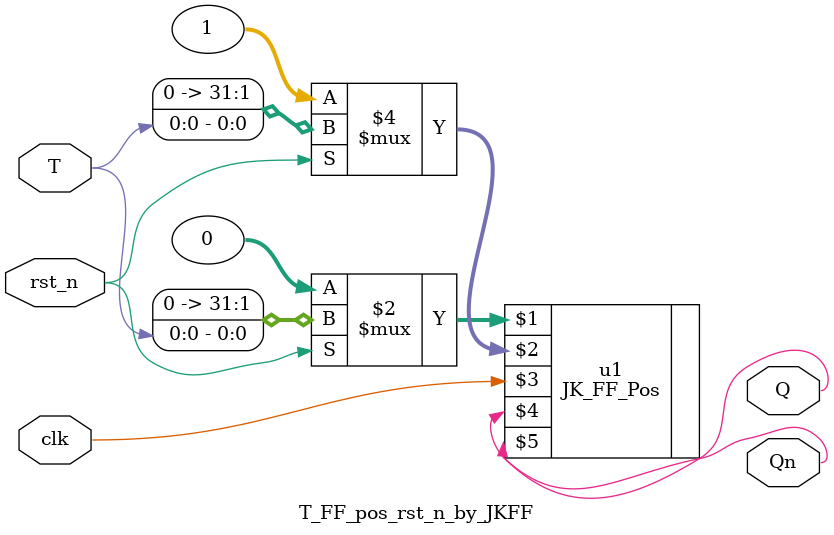
<source format=v>
module T_FF_pos_rst_n_by_JKFF(
    input T, clk, rst_n,
    output Q, Qn
);

    JK_FF_Pos u1(rst_n ? T : 0, rst_n ? T : 1, clk, Q, Qn);

endmodule
</source>
